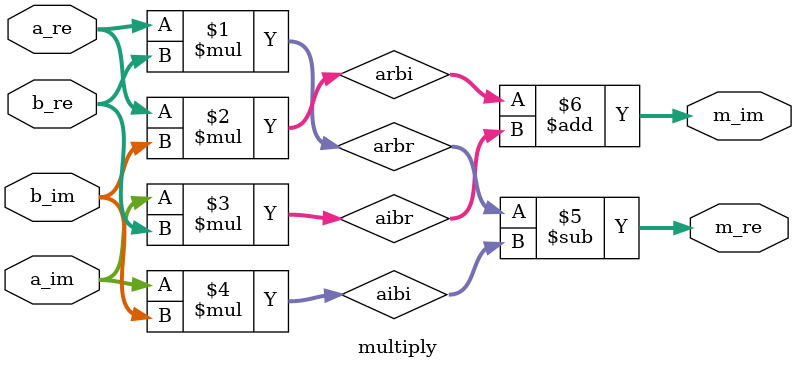
<source format=v>
`timescale 1ns / 1ps


module multiply #(
    parameter   WIDTH = 16
)(
    input   signed  [WIDTH-1:0] a_re,
    input   signed  [WIDTH-1:0] a_im,
    input   signed  [WIDTH-1:0] b_re,
    input   signed  [WIDTH-1:0] b_im,
    output  signed  [2*WIDTH-1:0] m_re,
    output  signed  [2*WIDTH-1:0] m_im
);

    wire signed [WIDTH*2-1:0]   arbr, arbi, aibr, aibi;
    
    //  Signed Multiplication
    assign  arbr = a_re * b_re;
    assign  arbi = a_re * b_im;
    assign  aibr = a_im * b_re;
    assign  aibi = a_im * b_im;
    
    
    //  Sub/Add
    //  These sub/add may overflow if unnormalized data is input.
    assign  m_re = arbr - aibi;
    assign  m_im = arbi + aibr;

endmodule

</source>
